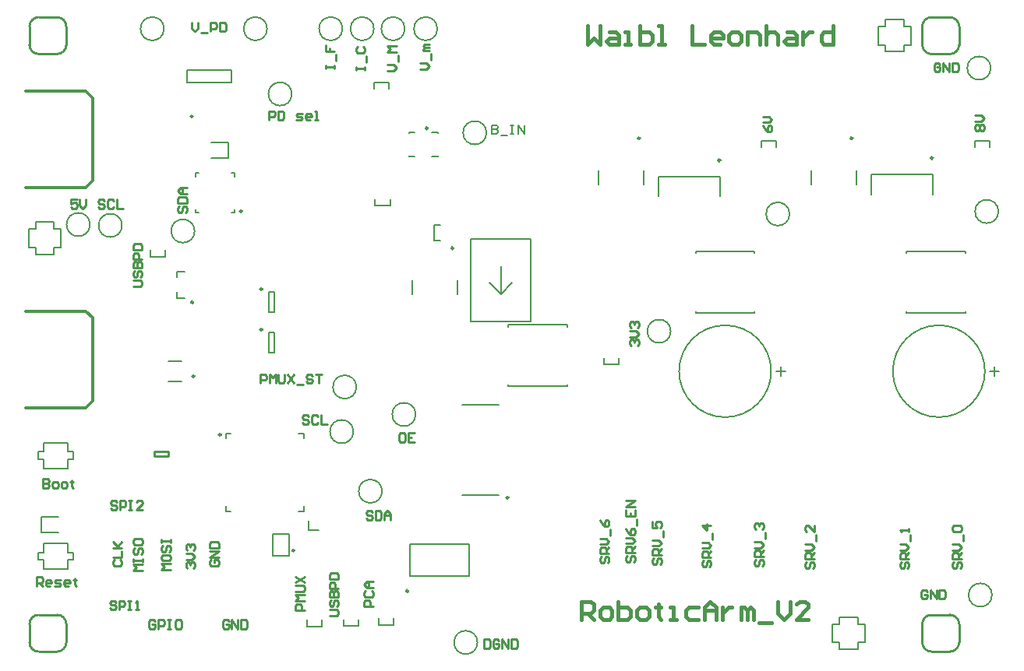
<source format=gbr>
%TF.GenerationSoftware,Altium Limited,Altium Designer,25.6.2 (33)*%
G04 Layer_Color=65535*
%FSLAX45Y45*%
%MOMM*%
%TF.SameCoordinates,2E975FAE-7BB7-4674-B285-B64E5795C48D*%
%TF.FilePolarity,Positive*%
%TF.FileFunction,Legend,Top*%
%TF.Part,Single*%
G01*
G75*
%TA.AperFunction,NonConductor*%
%ADD87C,0.25400*%
%ADD99C,0.25000*%
%ADD100C,0.20000*%
%ADD101C,0.30000*%
%ADD102C,0.17500*%
%ADD103C,0.40000*%
%ADD104C,0.15000*%
D87*
X400000Y-700000D02*
G03*
X500000Y-600000I0J100000D01*
G01*
Y-400000D02*
G03*
X400000Y-300000I-100000J0D01*
G01*
X100000Y-600000D02*
G03*
X200000Y-700000I100000J0D01*
G01*
Y-300000D02*
G03*
X100000Y-400000I0J-100000D01*
G01*
X200000Y6200000D02*
G03*
X100000Y6100000I0J-100000D01*
G01*
Y5900000D02*
G03*
X200000Y5800000I100000J0D01*
G01*
X500000Y6100000D02*
G03*
X400000Y6200000I-100000J0D01*
G01*
Y5800000D02*
G03*
X500000Y5900000I0J100000D01*
G01*
X9900000Y6200000D02*
G03*
X9800000Y6100000I0J-100000D01*
G01*
Y5900000D02*
G03*
X9900000Y5800000I100000J0D01*
G01*
X10200000Y6100000D02*
G03*
X10100000Y6200000I-100000J0D01*
G01*
Y5800000D02*
G03*
X10200000Y5900000I0J100000D01*
G01*
X9900000Y-300000D02*
G03*
X9800000Y-400000I0J-100000D01*
G01*
Y-600000D02*
G03*
X9900000Y-700000I100000J0D01*
G01*
X10200000Y-400000D02*
G03*
X10100000Y-300000I-100000J0D01*
G01*
Y-700000D02*
G03*
X10200000Y-600000I0J100000D01*
G01*
X100000D02*
Y-400000D01*
X500000Y-600000D02*
Y-400000D01*
X200000Y-700000D02*
X400000D01*
X200000Y-300000D02*
X400000D01*
X200000Y6200000D02*
X400000D01*
X200000Y5800000D02*
X400000D01*
X500000Y5900000D02*
Y6100000D01*
X100000Y5900000D02*
Y6100000D01*
X9900000Y6200000D02*
X10100000D01*
X9900000Y5800000D02*
X10100000D01*
X10200000Y5900000D02*
Y6100000D01*
X9800000Y5900000D02*
Y6100000D01*
X9900000Y-300000D02*
X10100000D01*
X9900000Y-700000D02*
X10100000D01*
X10200000Y-600000D02*
Y-400000D01*
X9800000Y-600000D02*
Y-400000D01*
X1459057Y1426139D02*
Y1476139D01*
X1609057D01*
Y1426139D02*
Y1476139D01*
X1459057Y1426139D02*
X1609057D01*
X3357449Y-309152D02*
X3440756D01*
X3457417Y-292491D01*
Y-259168D01*
X3440756Y-242507D01*
X3357449D01*
X3374111Y-142539D02*
X3357449Y-159200D01*
Y-192523D01*
X3374111Y-209184D01*
X3390772D01*
X3407433Y-192523D01*
Y-159200D01*
X3424095Y-142539D01*
X3440756D01*
X3457417Y-159200D01*
Y-192523D01*
X3440756Y-209184D01*
X3357449Y-109216D02*
X3457417D01*
Y-59233D01*
X3440756Y-42571D01*
X3424095D01*
X3407433Y-59233D01*
Y-109216D01*
Y-59233D01*
X3390772Y-42571D01*
X3374111D01*
X3357449Y-59233D01*
Y-109216D01*
X3457417Y-9249D02*
X3357449D01*
Y40735D01*
X3374111Y57396D01*
X3407433D01*
X3424095Y40735D01*
Y-9249D01*
X3357449Y90719D02*
X3457417D01*
Y140703D01*
X3440756Y157364D01*
X3374111D01*
X3357449Y140703D01*
Y90719D01*
X5035400Y-564632D02*
Y-664600D01*
X5085384D01*
X5102045Y-647939D01*
Y-581293D01*
X5085384Y-564632D01*
X5035400D01*
X5202013Y-581293D02*
X5185352Y-564632D01*
X5152029D01*
X5135368Y-581293D01*
Y-647939D01*
X5152029Y-664600D01*
X5185352D01*
X5202013Y-647939D01*
Y-614616D01*
X5168690D01*
X5235335Y-664600D02*
Y-564632D01*
X5301981Y-664600D01*
Y-564632D01*
X5335303D02*
Y-664600D01*
X5385287D01*
X5401948Y-647939D01*
Y-581293D01*
X5385287Y-564632D01*
X5335303D01*
X9852924Y-43952D02*
X9836263Y-27290D01*
X9802940D01*
X9786279Y-43952D01*
Y-110597D01*
X9802940Y-127258D01*
X9836263D01*
X9852924Y-110597D01*
Y-77274D01*
X9819601D01*
X9886246Y-127258D02*
Y-27290D01*
X9952891Y-127258D01*
Y-27290D01*
X9986214D02*
Y-127258D01*
X10036198D01*
X10052859Y-110597D01*
Y-43952D01*
X10036198Y-27290D01*
X9986214D01*
X9994193Y5688706D02*
X9977532Y5705368D01*
X9944210D01*
X9927548Y5688706D01*
Y5622061D01*
X9944210Y5605400D01*
X9977532D01*
X9994193Y5622061D01*
Y5655384D01*
X9960871D01*
X10027516Y5605400D02*
Y5705368D01*
X10094161Y5605400D01*
Y5705368D01*
X10127484D02*
Y5605400D01*
X10177468D01*
X10194129Y5622061D01*
Y5688706D01*
X10177468Y5705368D01*
X10127484D01*
X1864784Y6144661D02*
Y6078016D01*
X1898107Y6044693D01*
X1931429Y6078016D01*
Y6144661D01*
X1964752Y6028032D02*
X2031397D01*
X2064720Y6044693D02*
Y6144661D01*
X2114704D01*
X2131365Y6127999D01*
Y6094677D01*
X2114704Y6078016D01*
X2064720D01*
X2164688Y6144661D02*
Y6044693D01*
X2214672D01*
X2231333Y6061354D01*
Y6127999D01*
X2214672Y6144661D01*
X2164688D01*
X4167629Y1676157D02*
X4134306D01*
X4117645Y1659495D01*
Y1592850D01*
X4134306Y1576189D01*
X4167629D01*
X4184290Y1592850D01*
Y1659495D01*
X4167629Y1676157D01*
X4284258D02*
X4217613D01*
Y1576189D01*
X4284258D01*
X4217613Y1626173D02*
X4250935D01*
X3823355Y813322D02*
X3806694Y829984D01*
X3773371D01*
X3756710Y813322D01*
Y796661D01*
X3773371Y780000D01*
X3806694D01*
X3823355Y763339D01*
Y746677D01*
X3806694Y730016D01*
X3773371D01*
X3756710Y746677D01*
X3856678Y829984D02*
Y730016D01*
X3906661D01*
X3923323Y746677D01*
Y813322D01*
X3906661Y829984D01*
X3856678D01*
X3956645Y730016D02*
Y796661D01*
X3989968Y829984D01*
X4023290Y796661D01*
Y730016D01*
Y780000D01*
X3956645D01*
X3135285Y1858556D02*
X3118624Y1875217D01*
X3085301D01*
X3068640Y1858556D01*
Y1841895D01*
X3085301Y1825234D01*
X3118624D01*
X3135285Y1808572D01*
Y1791911D01*
X3118624Y1775250D01*
X3085301D01*
X3068640Y1791911D01*
X3235253Y1858556D02*
X3218592Y1875217D01*
X3185269D01*
X3168608Y1858556D01*
Y1791911D01*
X3185269Y1775250D01*
X3218592D01*
X3235253Y1791911D01*
X3268576Y1875217D02*
Y1775250D01*
X3335221D01*
X2606774Y2218347D02*
Y2318315D01*
X2656758D01*
X2673419Y2301653D01*
Y2268331D01*
X2656758Y2251669D01*
X2606774D01*
X2706742Y2218347D02*
Y2318315D01*
X2740064Y2284992D01*
X2773387Y2318315D01*
Y2218347D01*
X2806710Y2318315D02*
Y2235008D01*
X2823371Y2218347D01*
X2856694D01*
X2873355Y2235008D01*
Y2318315D01*
X2906677D02*
X2973322Y2218347D01*
Y2318315D02*
X2906677Y2218347D01*
X3006645Y2201685D02*
X3073290D01*
X3173258Y2301653D02*
X3156597Y2318315D01*
X3123274D01*
X3106613Y2301653D01*
Y2284992D01*
X3123274Y2268331D01*
X3156597D01*
X3173258Y2251669D01*
Y2235008D01*
X3156597Y2218347D01*
X3123274D01*
X3106613Y2235008D01*
X3206581Y2318315D02*
X3273226D01*
X3239903D01*
Y2218347D01*
X1726677Y4143355D02*
X1710016Y4126694D01*
Y4093371D01*
X1726677Y4076710D01*
X1743339D01*
X1760000Y4093371D01*
Y4126694D01*
X1776661Y4143355D01*
X1793322D01*
X1809984Y4126694D01*
Y4093371D01*
X1793322Y4076710D01*
X1710016Y4176678D02*
X1809984D01*
Y4226662D01*
X1793322Y4243323D01*
X1726677D01*
X1710016Y4226662D01*
Y4176678D01*
X1809984Y4276645D02*
X1743339D01*
X1710016Y4309968D01*
X1743339Y4343291D01*
X1809984D01*
X1760000D01*
Y4276645D01*
X916254Y4203323D02*
X899593Y4219984D01*
X866270D01*
X849609Y4203323D01*
Y4186661D01*
X866270Y4170000D01*
X899593D01*
X916254Y4153339D01*
Y4136678D01*
X899593Y4120016D01*
X866270D01*
X849609Y4136678D01*
X1016222Y4203323D02*
X999561Y4219984D01*
X966238D01*
X949577Y4203323D01*
Y4136678D01*
X966238Y4120016D01*
X999561D01*
X1016222Y4136678D01*
X1049545Y4219984D02*
Y4120016D01*
X1116190D01*
X613923Y4219984D02*
X547278D01*
Y4170000D01*
X580600Y4186661D01*
X597262D01*
X613923Y4170000D01*
Y4136678D01*
X597262Y4120016D01*
X563939D01*
X547278Y4136678D01*
X647246Y4219984D02*
Y4153339D01*
X680568Y4120016D01*
X713891Y4153339D01*
Y4219984D01*
X4345786Y5636710D02*
X4412431D01*
X4445753Y5670032D01*
X4412431Y5703355D01*
X4345786D01*
X4462415Y5736677D02*
Y5803322D01*
X4445753Y5836645D02*
X4379108D01*
Y5853307D01*
X4395769Y5869968D01*
X4445753D01*
X4395769D01*
X4379108Y5886629D01*
X4395769Y5903290D01*
X4445753D01*
X3991685Y5620190D02*
X4058330D01*
X4091653Y5653512D01*
X4058330Y5686835D01*
X3991685D01*
X4108314Y5720158D02*
Y5786803D01*
X4091653Y5820126D02*
X3991685D01*
X4025008Y5853448D01*
X3991685Y5886771D01*
X4091653D01*
X3645407Y5628521D02*
Y5661843D01*
Y5645182D01*
X3745375D01*
Y5628521D01*
Y5661843D01*
X3762036Y5711827D02*
Y5778472D01*
X3662068Y5878440D02*
X3645407Y5861779D01*
Y5828456D01*
X3662068Y5811795D01*
X3728713D01*
X3745375Y5828456D01*
Y5861779D01*
X3728713Y5878440D01*
X3314908Y5645041D02*
Y5678363D01*
Y5661702D01*
X3414876D01*
Y5645041D01*
Y5678363D01*
X3431537Y5728347D02*
Y5794992D01*
X3314908Y5894960D02*
Y5828315D01*
X3364892D01*
Y5861637D01*
Y5828315D01*
X3414876D01*
X6597736Y340268D02*
X6581074Y323607D01*
Y290285D01*
X6597736Y273623D01*
X6614397D01*
X6631058Y290285D01*
Y323607D01*
X6647720Y340268D01*
X6664381D01*
X6681042Y323607D01*
Y290285D01*
X6664381Y273623D01*
X6681042Y373591D02*
X6581074D01*
Y423575D01*
X6597736Y440236D01*
X6631058D01*
X6647720Y423575D01*
Y373591D01*
Y406914D02*
X6681042Y440236D01*
X6581074Y473559D02*
X6647720D01*
X6681042Y506881D01*
X6647720Y540204D01*
X6581074D01*
Y640172D02*
X6597736Y606849D01*
X6631058Y573527D01*
X6664381D01*
X6681042Y590188D01*
Y623511D01*
X6664381Y640172D01*
X6647720D01*
X6631058Y623511D01*
Y573527D01*
X6697704Y673494D02*
Y740139D01*
X6581074Y840107D02*
Y773462D01*
X6681042D01*
Y840107D01*
X6631058Y773462D02*
Y806785D01*
X6681042Y873430D02*
X6581074D01*
X6681042Y940075D01*
X6581074D01*
X6313288Y331882D02*
X6296627Y315221D01*
Y281899D01*
X6313288Y265237D01*
X6329949D01*
X6346611Y281899D01*
Y315221D01*
X6363272Y331882D01*
X6379933D01*
X6396595Y315221D01*
Y281899D01*
X6379933Y265237D01*
X6396595Y365205D02*
X6296627D01*
Y415189D01*
X6313288Y431850D01*
X6346611D01*
X6363272Y415189D01*
Y365205D01*
Y398528D02*
X6396595Y431850D01*
X6296627Y465173D02*
X6363272D01*
X6396595Y498495D01*
X6363272Y531818D01*
X6296627D01*
X6413256Y565141D02*
Y631786D01*
X6296627Y731753D02*
X6313288Y698431D01*
X6346611Y665108D01*
X6379933D01*
X6396595Y681770D01*
Y715092D01*
X6379933Y731753D01*
X6363272D01*
X6346611Y715092D01*
Y665108D01*
X6883060Y314868D02*
X6866399Y298207D01*
Y264884D01*
X6883060Y248223D01*
X6899722D01*
X6916383Y264884D01*
Y298207D01*
X6933044Y314868D01*
X6949705D01*
X6966367Y298207D01*
Y264884D01*
X6949705Y248223D01*
X6966367Y348191D02*
X6866399D01*
Y398175D01*
X6883060Y414836D01*
X6916383D01*
X6933044Y398175D01*
Y348191D01*
Y381513D02*
X6966367Y414836D01*
X6866399Y448159D02*
X6933044D01*
X6966367Y481481D01*
X6933044Y514804D01*
X6866399D01*
X6983028Y548126D02*
Y614771D01*
X6866399Y714739D02*
Y648094D01*
X6916383D01*
X6899722Y681417D01*
Y698078D01*
X6916383Y714739D01*
X6949705D01*
X6966367Y698078D01*
Y664756D01*
X6949705Y648094D01*
X7422060Y289468D02*
X7405398Y272807D01*
Y239484D01*
X7422060Y222823D01*
X7438721D01*
X7455382Y239484D01*
Y272807D01*
X7472043Y289468D01*
X7488705D01*
X7505366Y272807D01*
Y239484D01*
X7488705Y222823D01*
X7505366Y322791D02*
X7405398D01*
Y372775D01*
X7422060Y389436D01*
X7455382D01*
X7472043Y372775D01*
Y322791D01*
Y356113D02*
X7505366Y389436D01*
X7405398Y422759D02*
X7472043D01*
X7505366Y456081D01*
X7472043Y489404D01*
X7405398D01*
X7522027Y522726D02*
Y589371D01*
X7505366Y672678D02*
X7405398D01*
X7455382Y622694D01*
Y689339D01*
X7992838Y297445D02*
X7976176Y280784D01*
Y247461D01*
X7992838Y230800D01*
X8009499D01*
X8026160Y247461D01*
Y280784D01*
X8042822Y297445D01*
X8059483D01*
X8076144Y280784D01*
Y247461D01*
X8059483Y230800D01*
X8076144Y330767D02*
X7976176D01*
Y380751D01*
X7992838Y397412D01*
X8026160D01*
X8042822Y380751D01*
Y330767D01*
Y364090D02*
X8076144Y397412D01*
X7976176Y430735D02*
X8042822D01*
X8076144Y464058D01*
X8042822Y497380D01*
X7976176D01*
X8092806Y530703D02*
Y597348D01*
X7992838Y630671D02*
X7976176Y647332D01*
Y680655D01*
X7992838Y697316D01*
X8009499D01*
X8026160Y680655D01*
Y663993D01*
Y680655D01*
X8042822Y697316D01*
X8059483D01*
X8076144Y680655D01*
Y647332D01*
X8059483Y630671D01*
X8543146Y272045D02*
X8526485Y255384D01*
Y222061D01*
X8543146Y205400D01*
X8559808D01*
X8576469Y222061D01*
Y255384D01*
X8593130Y272045D01*
X8609792D01*
X8626453Y255384D01*
Y222061D01*
X8609792Y205400D01*
X8626453Y305368D02*
X8526485D01*
Y355352D01*
X8543146Y372013D01*
X8576469D01*
X8593130Y355352D01*
Y305368D01*
Y338690D02*
X8626453Y372013D01*
X8526485Y405335D02*
X8593130D01*
X8626453Y438658D01*
X8593130Y471981D01*
X8526485D01*
X8643114Y505303D02*
Y571948D01*
X8626453Y671916D02*
Y605271D01*
X8559808Y671916D01*
X8543146D01*
X8526485Y655255D01*
Y621932D01*
X8543146Y605271D01*
X9572398Y272045D02*
X9555736Y255384D01*
Y222061D01*
X9572398Y205400D01*
X9589059D01*
X9605720Y222061D01*
Y255384D01*
X9622382Y272045D01*
X9639043D01*
X9655704Y255384D01*
Y222061D01*
X9639043Y205400D01*
X9655704Y305368D02*
X9555736D01*
Y355352D01*
X9572398Y372013D01*
X9605720D01*
X9622382Y355352D01*
Y305368D01*
Y338690D02*
X9655704Y372013D01*
X9555736Y405335D02*
X9622382D01*
X9655704Y438658D01*
X9622382Y471981D01*
X9555736D01*
X9672365Y505303D02*
Y571948D01*
X9655704Y605271D02*
Y638594D01*
Y621932D01*
X9555736D01*
X9572398Y605271D01*
X10142688Y272045D02*
X10126027Y255384D01*
Y222061D01*
X10142688Y205400D01*
X10159350D01*
X10176011Y222061D01*
Y255384D01*
X10192672Y272045D01*
X10209333D01*
X10225995Y255384D01*
Y222061D01*
X10209333Y205400D01*
X10225995Y305368D02*
X10126027D01*
Y355352D01*
X10142688Y372013D01*
X10176011D01*
X10192672Y355352D01*
Y305368D01*
Y338690D02*
X10225995Y372013D01*
X10126027Y405335D02*
X10192672D01*
X10225995Y438658D01*
X10192672Y471981D01*
X10126027D01*
X10242656Y505303D02*
Y571948D01*
X10142688Y605271D02*
X10126027Y621932D01*
Y655255D01*
X10142688Y671916D01*
X10209333D01*
X10225995Y655255D01*
Y621932D01*
X10209333Y605271D01*
X10142688D01*
X2698712Y5080771D02*
Y5180739D01*
X2748696D01*
X2765357Y5164077D01*
Y5130755D01*
X2748696Y5114093D01*
X2698712D01*
X2798680Y5180739D02*
Y5080771D01*
X2848664D01*
X2865325Y5097432D01*
Y5164077D01*
X2848664Y5180739D01*
X2798680D01*
X2998616Y5080771D02*
X3048600D01*
X3065261Y5097432D01*
X3048600Y5114093D01*
X3015277D01*
X2998616Y5130755D01*
X3015277Y5147416D01*
X3065261D01*
X3148567Y5080771D02*
X3115245D01*
X3098584Y5097432D01*
Y5130755D01*
X3115245Y5147416D01*
X3148567D01*
X3165229Y5130755D01*
Y5114093D01*
X3098584D01*
X3198551Y5080771D02*
X3231874D01*
X3215213D01*
Y5180739D01*
X3198551D01*
X1224115Y3272038D02*
X1307422D01*
X1324083Y3288700D01*
Y3322022D01*
X1307422Y3338683D01*
X1224115D01*
X1240777Y3438651D02*
X1224115Y3421990D01*
Y3388667D01*
X1240777Y3372006D01*
X1257438D01*
X1274099Y3388667D01*
Y3421990D01*
X1290761Y3438651D01*
X1307422D01*
X1324083Y3421990D01*
Y3388667D01*
X1307422Y3372006D01*
X1224115Y3471974D02*
X1324083D01*
Y3521958D01*
X1307422Y3538619D01*
X1290761D01*
X1274099Y3521958D01*
Y3471974D01*
Y3521958D01*
X1257438Y3538619D01*
X1240777D01*
X1224115Y3521958D01*
Y3471974D01*
X1324083Y3571942D02*
X1224115D01*
Y3621925D01*
X1240777Y3638587D01*
X1274099D01*
X1290761Y3621925D01*
Y3571942D01*
X1224115Y3671909D02*
X1324083D01*
Y3721893D01*
X1307422Y3738554D01*
X1240777D01*
X1224115Y3721893D01*
Y3671909D01*
X8066062Y5020715D02*
X8082724Y4987392D01*
X8116046Y4954070D01*
X8149369D01*
X8166030Y4970731D01*
Y5004054D01*
X8149369Y5020715D01*
X8132708D01*
X8116046Y5004054D01*
Y4954070D01*
X8066062Y5054038D02*
X8132708D01*
X8166030Y5087360D01*
X8132708Y5120683D01*
X8066062D01*
X10391294Y4965400D02*
X10374632Y4982061D01*
Y5015384D01*
X10391294Y5032045D01*
X10407955D01*
X10424616Y5015384D01*
X10441278Y5032045D01*
X10457939D01*
X10474600Y5015384D01*
Y4982061D01*
X10457939Y4965400D01*
X10441278D01*
X10424616Y4982061D01*
X10407955Y4965400D01*
X10391294D01*
X10424616Y4982061D02*
Y5015384D01*
X10374632Y5065368D02*
X10441278D01*
X10474600Y5098690D01*
X10441278Y5132013D01*
X10374632D01*
X6639797Y2625400D02*
X6623136Y2642061D01*
Y2675384D01*
X6639797Y2692045D01*
X6656459D01*
X6673120Y2675384D01*
Y2658722D01*
Y2675384D01*
X6689781Y2692045D01*
X6706443D01*
X6723104Y2675384D01*
Y2642061D01*
X6706443Y2625400D01*
X6623136Y2725368D02*
X6689781D01*
X6723104Y2758690D01*
X6689781Y2792013D01*
X6623136D01*
X6639797Y2825335D02*
X6623136Y2841997D01*
Y2875319D01*
X6639797Y2891981D01*
X6656459D01*
X6673120Y2875319D01*
Y2858658D01*
Y2875319D01*
X6689781Y2891981D01*
X6706443D01*
X6723104Y2875319D01*
Y2841997D01*
X6706443Y2825335D01*
X3837756Y-204600D02*
X3737788D01*
Y-154616D01*
X3754450Y-137955D01*
X3787772D01*
X3804434Y-154616D01*
Y-204600D01*
X3754450Y-37987D02*
X3737788Y-54648D01*
Y-87971D01*
X3754450Y-104632D01*
X3821095D01*
X3837756Y-87971D01*
Y-54648D01*
X3821095Y-37987D01*
X3837756Y-4664D02*
X3771111D01*
X3737788Y28658D01*
X3771111Y61981D01*
X3837756D01*
X3787772D01*
Y-4664D01*
X3091946Y-248654D02*
X2991978D01*
Y-198670D01*
X3008640Y-182009D01*
X3041962D01*
X3058624Y-198670D01*
Y-248654D01*
X3091946Y-148687D02*
X2991978D01*
X3025301Y-115364D01*
X2991978Y-82041D01*
X3091946D01*
X2991978Y-48719D02*
X3075285D01*
X3091946Y-32057D01*
Y1265D01*
X3075285Y17926D01*
X2991978D01*
Y51249D02*
X3091946Y117894D01*
X2991978D02*
X3091946Y51249D01*
X1038282Y-161602D02*
X1021621Y-144941D01*
X988299D01*
X971637Y-161602D01*
Y-178264D01*
X988299Y-194925D01*
X1021621D01*
X1038282Y-211586D01*
Y-228247D01*
X1021621Y-244909D01*
X988299D01*
X971637Y-228247D01*
X1071605Y-244909D02*
Y-144941D01*
X1121589D01*
X1138250Y-161602D01*
Y-194925D01*
X1121589Y-211586D01*
X1071605D01*
X1171573Y-144941D02*
X1204895D01*
X1188234D01*
Y-244909D01*
X1171573D01*
X1204895D01*
X1254879D02*
X1288202D01*
X1271541D01*
Y-144941D01*
X1254879Y-161602D01*
X1047045Y925538D02*
X1030384Y942199D01*
X997062D01*
X980400Y925538D01*
Y908877D01*
X997062Y892215D01*
X1030384D01*
X1047045Y875554D01*
Y858893D01*
X1030384Y842231D01*
X997062D01*
X980400Y858893D01*
X1080368Y842231D02*
Y942199D01*
X1130352D01*
X1147013Y925538D01*
Y892215D01*
X1130352Y875554D01*
X1080368D01*
X1180336Y942199D02*
X1213658D01*
X1196997D01*
Y842231D01*
X1180336D01*
X1213658D01*
X1330287D02*
X1263642D01*
X1330287Y908877D01*
Y925538D01*
X1313626Y942199D01*
X1280304D01*
X1263642Y925538D01*
X175400Y15695D02*
Y115663D01*
X225384D01*
X242045Y99002D01*
Y65679D01*
X225384Y49018D01*
X175400D01*
X208722D02*
X242045Y15695D01*
X325352D02*
X292029D01*
X275368Y32357D01*
Y65679D01*
X292029Y82340D01*
X325352D01*
X342013Y65679D01*
Y49018D01*
X275368D01*
X375336Y15695D02*
X425319D01*
X441981Y32357D01*
X425319Y49018D01*
X391997D01*
X375336Y65679D01*
X391997Y82340D01*
X441981D01*
X525287Y15695D02*
X491965D01*
X475303Y32357D01*
Y65679D01*
X491965Y82340D01*
X525287D01*
X541948Y65679D01*
Y49018D01*
X475303D01*
X591933Y99002D02*
Y82340D01*
X575271D01*
X608594D01*
X591933D01*
Y32357D01*
X608594Y15695D01*
X244658Y1181506D02*
Y1081539D01*
X294642D01*
X311303Y1098200D01*
Y1114861D01*
X294642Y1131523D01*
X244658D01*
X294642D01*
X311303Y1148184D01*
Y1164845D01*
X294642Y1181506D01*
X244658D01*
X361287Y1081539D02*
X394609D01*
X411270Y1098200D01*
Y1131523D01*
X394609Y1148184D01*
X361287D01*
X344625Y1131523D01*
Y1098200D01*
X361287Y1081539D01*
X461255D02*
X494577D01*
X511238Y1098200D01*
Y1131523D01*
X494577Y1148184D01*
X461255D01*
X444593Y1131523D01*
Y1098200D01*
X461255Y1081539D01*
X561222Y1164845D02*
Y1148184D01*
X544561D01*
X577884D01*
X561222D01*
Y1098200D01*
X577884Y1081539D01*
X1021294Y295833D02*
X1004632Y279171D01*
Y245849D01*
X1021294Y229188D01*
X1087939D01*
X1104600Y245849D01*
Y279171D01*
X1087939Y295833D01*
X1004632Y329155D02*
X1104600D01*
Y395800D01*
X1004632Y429123D02*
X1104600D01*
X1071278D01*
X1004632Y495768D01*
X1054616Y445784D01*
X1104600Y495768D01*
X1331735Y178387D02*
X1231767D01*
X1265090Y211710D01*
X1231767Y245032D01*
X1331735D01*
X1231767Y278355D02*
Y311678D01*
Y295016D01*
X1331735D01*
Y278355D01*
Y311678D01*
X1248429Y428306D02*
X1231767Y411645D01*
Y378323D01*
X1248429Y361661D01*
X1265090D01*
X1281751Y378323D01*
Y411645D01*
X1298412Y428306D01*
X1315074D01*
X1331735Y411645D01*
Y378323D01*
X1315074Y361661D01*
X1231767Y511613D02*
Y478291D01*
X1248429Y461629D01*
X1315074D01*
X1331735Y478291D01*
Y511613D01*
X1315074Y528274D01*
X1248429D01*
X1231767Y511613D01*
X1633657Y187719D02*
X1533689D01*
X1567012Y221041D01*
X1533689Y254364D01*
X1633657D01*
X1533689Y337670D02*
Y304348D01*
X1550350Y287686D01*
X1616995D01*
X1633657Y304348D01*
Y337670D01*
X1616995Y354332D01*
X1550350D01*
X1533689Y337670D01*
X1550350Y454299D02*
X1533689Y437638D01*
Y404316D01*
X1550350Y387654D01*
X1567012D01*
X1583673Y404316D01*
Y437638D01*
X1600334Y454299D01*
X1616995D01*
X1633657Y437638D01*
Y404316D01*
X1616995Y387654D01*
X1533689Y487622D02*
Y520945D01*
Y504283D01*
X1633657D01*
Y487622D01*
Y520945D01*
X1815994Y203788D02*
X1799333Y220449D01*
Y253771D01*
X1815994Y270433D01*
X1832656D01*
X1849317Y253771D01*
Y237110D01*
Y253771D01*
X1865978Y270433D01*
X1882639D01*
X1899301Y253771D01*
Y220449D01*
X1882639Y203788D01*
X1799333Y303755D02*
X1865978D01*
X1899301Y337078D01*
X1865978Y370400D01*
X1799333D01*
X1815994Y403723D02*
X1799333Y420384D01*
Y453707D01*
X1815994Y470368D01*
X1832656D01*
X1849317Y453707D01*
Y437046D01*
Y453707D01*
X1865978Y470368D01*
X1882639D01*
X1899301Y453707D01*
Y420384D01*
X1882639Y403723D01*
X1467599Y-371294D02*
X1450937Y-354632D01*
X1417615D01*
X1400954Y-371294D01*
Y-437939D01*
X1417615Y-454600D01*
X1450937D01*
X1467599Y-437939D01*
Y-404616D01*
X1434276D01*
X1500921Y-454600D02*
Y-354632D01*
X1550905D01*
X1567566Y-371294D01*
Y-404616D01*
X1550905Y-421278D01*
X1500921D01*
X1600889Y-354632D02*
X1634212D01*
X1617550D01*
Y-454600D01*
X1600889D01*
X1634212D01*
X1734179Y-354632D02*
X1700857D01*
X1684196Y-371294D01*
Y-437939D01*
X1700857Y-454600D01*
X1734179D01*
X1750841Y-437939D01*
Y-371294D01*
X1734179Y-354632D01*
X2265183Y-371294D02*
X2248522Y-354632D01*
X2215199D01*
X2198538Y-371294D01*
Y-437939D01*
X2215199Y-454600D01*
X2248522D01*
X2265183Y-437939D01*
Y-404616D01*
X2231860D01*
X2298506Y-454600D02*
Y-354632D01*
X2365151Y-454600D01*
Y-354632D01*
X2398473D02*
Y-454600D01*
X2448457D01*
X2465119Y-437939D01*
Y-371294D01*
X2448457Y-354632D01*
X2398473D01*
X2071744Y295832D02*
X2055083Y279171D01*
Y245849D01*
X2071744Y229187D01*
X2138389D01*
X2155051Y245849D01*
Y279171D01*
X2138389Y295832D01*
X2105067D01*
Y262510D01*
X2155051Y329155D02*
X2055083D01*
X2155051Y395800D01*
X2055083D01*
Y429123D02*
X2155051D01*
Y479107D01*
X2138389Y495768D01*
X2071744D01*
X2055083Y479107D01*
Y429123D01*
D99*
X4217500Y-41146D02*
G03*
X4217500Y-41146I-12500J0D01*
G01*
X2181283Y1658639D02*
G03*
X2181283Y1658639I-12500J0D01*
G01*
X4427412Y4993371D02*
G03*
X4427412Y4993371I-12500J0D01*
G01*
X1892836Y2295000D02*
G03*
X1892836Y2295000I-12500J0D01*
G01*
X4706060Y3687560D02*
G03*
X4706060Y3687560I-12500J0D01*
G01*
X6733000Y4885000D02*
G03*
X6733000Y4885000I-12500J0D01*
G01*
X9043000D02*
G03*
X9043000Y4885000I-12500J0D01*
G01*
X2408981Y4090372D02*
G03*
X2408981Y4090372I-12500J0D01*
G01*
X1874981Y5121042D02*
G03*
X1874981Y5121042I-12500J0D01*
G01*
X1879912Y3100371D02*
G03*
X1879912Y3100371I-12500J0D01*
G01*
X5305000Y974137D02*
G03*
X5305000Y974137I-12500J0D01*
G01*
X2978783Y400439D02*
G03*
X2978783Y400439I-12500J0D01*
G01*
X7607500Y4645000D02*
G03*
X7607500Y4645000I-12500J0D01*
G01*
X9917500Y4670000D02*
G03*
X9917500Y4670000I-12500J0D01*
G01*
X2630813Y3241250D02*
G03*
X2630813Y3241250I-12500J0D01*
G01*
Y2802500D02*
G03*
X2630813Y2802500I-12500J0D01*
G01*
D100*
X10543440Y5647440D02*
G03*
X10543440Y5647440I-127000J0D01*
G01*
X10557000Y-83910D02*
G03*
X10557000Y-83910I-127000J0D01*
G01*
X4967000Y-600000D02*
G03*
X4967000Y-600000I-127000J0D01*
G01*
X7066904Y2785000D02*
G03*
X7066904Y2785000I-127000J0D01*
G01*
X2681913Y6075156D02*
G03*
X2681913Y6075156I-127000J0D01*
G01*
X1561065D02*
G03*
X1561065Y6075156I-127000J0D01*
G01*
X2950006Y5365700D02*
G03*
X2950006Y5365700I-127000J0D01*
G01*
X1105033Y3935931D02*
G03*
X1105033Y3935931I-127000J0D01*
G01*
X1893667Y3875000D02*
G03*
X1893667Y3875000I-127000J0D01*
G01*
X3500223Y6075156D02*
G03*
X3500223Y6075156I-127000J0D01*
G01*
X4177000D02*
G03*
X4177000Y6075156I-127000J0D01*
G01*
X3841912D02*
G03*
X3841912Y6075156I-127000J0D01*
G01*
X4531100D02*
G03*
X4531100Y6075156I-127000J0D01*
G01*
X4295143Y1879824D02*
G03*
X4295143Y1879824I-127000J0D01*
G01*
X3930662Y1044851D02*
G03*
X3930662Y1044851I-127000J0D01*
G01*
X3618264Y1693058D02*
G03*
X3618264Y1693058I-127000J0D01*
G01*
X5065290Y4943371D02*
G03*
X5065290Y4943371I-127000J0D01*
G01*
X3651073Y2178717D02*
G03*
X3651073Y2178717I-127000J0D01*
G01*
X8357000Y4060000D02*
G03*
X8357000Y4060000I-127000J0D01*
G01*
X10627000Y4087440D02*
G03*
X10627000Y4087440I-127000J0D01*
G01*
X757584Y3945371D02*
G03*
X757584Y3945371I-127000J0D01*
G01*
X8158000Y2349992D02*
G03*
X8158000Y2349992I-500000J0D01*
G01*
X10480000D02*
G03*
X10480000Y2349992I-500000J0D01*
G01*
X4229750Y118103D02*
X4880250D01*
Y468604D01*
X4229750D02*
X4880250D01*
X4229750Y118103D02*
Y468604D01*
X10530000Y4787435D02*
Y4857435D01*
X10370000Y4787435D02*
Y4857435D01*
X10530000D01*
X8210000Y4783394D02*
Y4853393D01*
X8050000Y4783394D02*
Y4853393D01*
X8210000D01*
X6345000Y2425000D02*
Y2495000D01*
X6505000Y2425000D02*
Y2495000D01*
X6345000Y2425000D02*
X6505000D01*
X2233783Y828639D02*
X2286283D01*
X2233783D02*
Y881139D01*
X3026283Y828639D02*
X3078783D01*
Y881139D01*
Y1621138D02*
Y1673639D01*
X3026283D02*
X3078783D01*
X2233783D02*
X2286283D01*
X2233783Y1621138D02*
Y1673639D01*
X4534912Y4940871D02*
Y4948371D01*
Y4688371D02*
Y4695871D01*
X4224912Y4688371D02*
X4287412D01*
X4472412D02*
X4534912D01*
X4224912Y4940871D02*
Y4948371D01*
Y4688371D02*
Y4695871D01*
Y4948371D02*
X4287412D01*
X4472412D02*
X4534912D01*
X8825000Y-500000D02*
Y-400000D01*
X8900000D01*
Y-325000D01*
X9100000D01*
Y-400000D02*
Y-325000D01*
Y-400000D02*
X9175000D01*
Y-600000D02*
Y-400000D01*
X9100000Y-600000D02*
X9175000D01*
X9100000Y-675000D02*
Y-600000D01*
X8900000Y-675000D02*
X9100000D01*
X8900000D02*
Y-600000D01*
X8825000D02*
X8900000D01*
X8825000D02*
Y-500000D01*
X9325000Y6000000D02*
Y6100000D01*
X9400000D01*
Y6175000D01*
X9600000D01*
Y6100000D02*
Y6175000D01*
Y6100000D02*
X9675000D01*
Y5900000D02*
Y6100000D01*
X9600000Y5900000D02*
X9675000D01*
X9600000Y5825000D02*
Y5900000D01*
X9400000Y5825000D02*
X9600000D01*
X9400000D02*
Y5900000D01*
X9325000D02*
X9400000D01*
X9325000D02*
Y6000000D01*
X92414Y3795371D02*
Y3895371D01*
X167414D01*
Y3970371D01*
X367414D01*
Y3895371D02*
Y3970371D01*
Y3895371D02*
X442414D01*
Y3695371D02*
Y3895371D01*
X367414Y3695371D02*
X442414D01*
X367414Y3620371D02*
Y3695371D01*
X167414Y3620371D02*
X367414D01*
X167414D02*
Y3695371D01*
X92414D02*
X167414D01*
X92414D02*
Y3795371D01*
X3893156Y-408746D02*
Y-338746D01*
X4053156Y-408746D02*
Y-338746D01*
X3893156Y-408746D02*
X4053156D01*
X3119846Y-424054D02*
Y-354054D01*
X3279847Y-424054D02*
Y-354054D01*
X3119846Y-424054D02*
X3279847D01*
X3516173Y-420309D02*
Y-350309D01*
X3676173Y-420309D02*
Y-350309D01*
X3516173Y-420309D02*
X3676173D01*
X197413Y1393639D02*
X257412D01*
Y1293639D02*
Y1393639D01*
Y1293639D02*
X517412D01*
Y1393639D01*
X577412D01*
Y1473638D01*
X517412D02*
X577412D01*
X517412D02*
Y1573638D01*
X257412D02*
X517412D01*
X257412Y1473638D02*
Y1573638D01*
X197413Y1473638D02*
X257412D01*
X197413Y1393639D02*
Y1473638D01*
X1606712Y2455000D02*
X1756713D01*
X1606712Y2235000D02*
X1756713D01*
X4748060Y3187560D02*
Y3337560D01*
X4258060Y3187560D02*
Y3337560D01*
X5940000Y2185000D02*
Y2205000D01*
X5300000Y2185000D02*
Y2205000D01*
X5940000Y2835000D02*
Y2855000D01*
X5300000Y2835000D02*
Y2855000D01*
Y2185000D02*
X5940000D01*
X5300000Y2855000D02*
X5940000D01*
X4895000Y3790000D02*
X5545000D01*
Y2890000D02*
Y3790000D01*
X4895000Y2890000D02*
X5545000D01*
X4895000D02*
Y3790000D01*
X5220000Y3190000D02*
Y3490000D01*
Y3190000D02*
X5345000Y3315000D01*
X5095000D02*
X5220000Y3190000D01*
X1414912Y3596288D02*
Y3666288D01*
X1574912Y3596288D02*
Y3666288D01*
X1414912Y3596288D02*
X1574912D01*
X3840617Y5423371D02*
Y5493371D01*
X3924912D01*
X4008972Y5423371D02*
Y5493371D01*
X3924912D02*
X4008972D01*
X4492500Y3773205D02*
X4562500D01*
X4492500D02*
Y3857500D01*
Y3941560D02*
X4562500D01*
X4492500Y3857500D02*
Y3941560D01*
X4019208Y4148371D02*
Y4218371D01*
X3934912Y4148371D02*
X4019208D01*
X3850853D02*
Y4218371D01*
Y4148371D02*
X3934912D01*
X6775000Y4385000D02*
Y4535000D01*
X6285000Y4385000D02*
Y4535000D01*
X9085000Y4385000D02*
Y4535000D01*
X8595000Y4385000D02*
Y4535000D01*
X2293981Y4505371D02*
X2331481D01*
Y4467871D02*
Y4505371D01*
X1901481D02*
X1938981D01*
X1901481Y4467871D02*
Y4505371D01*
Y4075372D02*
Y4112872D01*
Y4075372D02*
X1938981D01*
X2293981D02*
X2331481D01*
Y4112872D01*
X1807981Y5488449D02*
Y5624255D01*
X2297981D01*
Y5488449D02*
Y5624255D01*
X1807981Y5488449D02*
X2297981D01*
X1702412Y3144372D02*
X1783912D01*
X1702412D02*
Y3210372D01*
Y3436372D02*
X1783912D01*
X1702412Y3370371D02*
Y3436372D01*
X4804050Y1981638D02*
X5195950D01*
X4804050Y1001638D02*
X5195950D01*
X2740033Y339189D02*
X2922533D01*
X2740033D02*
Y581688D01*
X2922533D01*
Y339189D02*
Y581688D01*
X7338000Y3655000D02*
X7978000D01*
X7338000Y2985000D02*
X7978000D01*
X7338000Y3635000D02*
Y3655000D01*
X7978000Y3635000D02*
Y3655000D01*
X7338000Y2985000D02*
Y3005000D01*
X7978000Y2985000D02*
Y3005000D01*
X9626280Y3655000D02*
X10266280D01*
X9626280Y2985000D02*
X10266280D01*
X9626280Y3635000D02*
Y3655000D01*
X10266280Y3635000D02*
Y3655000D01*
X9626280Y2985000D02*
Y3005000D01*
X10266280Y2985000D02*
Y3005000D01*
X7605000Y4250000D02*
Y4465000D01*
X6935000D02*
X7605000D01*
X6935000Y4250000D02*
Y4465000D01*
X9915000Y4275000D02*
Y4490000D01*
X9245000D02*
X9915000D01*
X9245000Y4275000D02*
Y4490000D01*
X3136173Y623541D02*
Y719694D01*
Y623541D02*
X3241740D01*
X197413Y297909D02*
X257412D01*
Y197909D02*
Y297909D01*
Y197909D02*
X517412D01*
Y297909D01*
X577412D01*
Y377909D01*
X517412D02*
X577412D01*
X517412D02*
Y477909D01*
X257412D02*
X517412D01*
X257412Y377909D02*
Y477909D01*
X197413Y377909D02*
X257412D01*
X197413Y297909D02*
Y377909D01*
X2700812Y3211250D02*
X2760813D01*
X2700812Y2991250D02*
X2760813D01*
X2700812D02*
Y3211250D01*
X2760813Y2991250D02*
Y3211250D01*
X2700812Y2772500D02*
X2760813D01*
X2700812Y2552500D02*
X2760813D01*
X2700812D02*
Y2772500D01*
X2760813Y2552500D02*
Y2772500D01*
X5125057Y5028315D02*
Y4928347D01*
X5175040D01*
X5191702Y4945008D01*
Y4961669D01*
X5175040Y4978331D01*
X5125057D01*
X5175040D01*
X5191702Y4994992D01*
Y5011653D01*
X5175040Y5028315D01*
X5125057D01*
X5225024Y4911685D02*
X5291669D01*
X5324992Y5028315D02*
X5358315D01*
X5341654D01*
Y4928347D01*
X5324992D01*
X5358315D01*
X5408299D02*
Y5028315D01*
X5474944Y4928347D01*
Y5028315D01*
D101*
X784912Y4420371D02*
Y5320372D01*
X709912Y5395371D02*
X784912Y5320372D01*
X709912Y4345372D02*
X784912Y4420371D01*
X59912Y4345372D02*
X709912D01*
X59912Y5395371D02*
X709912D01*
X784913Y2030000D02*
Y2930000D01*
X709913Y3005000D02*
X784913Y2930000D01*
X709913Y1955000D02*
X784913Y2030000D01*
X59913Y1955000D02*
X709913D01*
X59913Y3005000D02*
X709913D01*
D102*
X2262412Y4665371D02*
Y4835372D01*
X2077412Y4665371D02*
X2262412D01*
X2077412Y4835372D02*
X2262412D01*
X232456Y595688D02*
X417456D01*
X232456Y765688D02*
X417456D01*
X232456Y595688D02*
Y765688D01*
D103*
X6167097Y6108586D02*
Y5908650D01*
X6233742Y5975295D01*
X6300387Y5908650D01*
Y6108586D01*
X6400355Y6041940D02*
X6467000D01*
X6500323Y6008618D01*
Y5908650D01*
X6400355D01*
X6367032Y5941973D01*
X6400355Y5975295D01*
X6500323D01*
X6566968Y5908650D02*
X6633613D01*
X6600290D01*
Y6041940D01*
X6566968D01*
X6733581Y6108586D02*
Y5908650D01*
X6833548D01*
X6866871Y5941973D01*
Y5975295D01*
Y6008618D01*
X6833548Y6041940D01*
X6733581D01*
X6933516Y5908650D02*
X7000161D01*
X6966839D01*
Y6108586D01*
X6933516D01*
X7300065D02*
Y5908650D01*
X7433355D01*
X7599968D02*
X7533323D01*
X7500000Y5941973D01*
Y6008618D01*
X7533323Y6041940D01*
X7599968D01*
X7633291Y6008618D01*
Y5975295D01*
X7500000D01*
X7733258Y5908650D02*
X7799904D01*
X7833226Y5941973D01*
Y6008618D01*
X7799904Y6041940D01*
X7733258D01*
X7699936Y6008618D01*
Y5941973D01*
X7733258Y5908650D01*
X7899871D02*
Y6041940D01*
X7999839D01*
X8033162Y6008618D01*
Y5908650D01*
X8099807Y6108586D02*
Y5908650D01*
Y6008618D01*
X8133130Y6041940D01*
X8199775D01*
X8233097Y6008618D01*
Y5908650D01*
X8333065Y6041940D02*
X8399710D01*
X8433033Y6008618D01*
Y5908650D01*
X8333065D01*
X8299743Y5941973D01*
X8333065Y5975295D01*
X8433033D01*
X8499678Y6041940D02*
Y5908650D01*
Y5975295D01*
X8533001Y6008618D01*
X8566323Y6041940D01*
X8599646D01*
X8832904Y6108586D02*
Y5908650D01*
X8732936D01*
X8699614Y5941973D01*
Y6008618D01*
X8732936Y6041940D01*
X8832904D01*
X6097064Y-353306D02*
Y-153371D01*
X6197032D01*
X6230355Y-186694D01*
Y-253339D01*
X6197032Y-286661D01*
X6097064D01*
X6163709D02*
X6230355Y-353306D01*
X6330322D02*
X6396968D01*
X6430290Y-319984D01*
Y-253339D01*
X6396968Y-220016D01*
X6330322D01*
X6297000Y-253339D01*
Y-319984D01*
X6330322Y-353306D01*
X6496935Y-153371D02*
Y-353306D01*
X6596903D01*
X6630226Y-319984D01*
Y-286661D01*
Y-253339D01*
X6596903Y-220016D01*
X6496935D01*
X6730194Y-353306D02*
X6796839D01*
X6830161Y-319984D01*
Y-253339D01*
X6796839Y-220016D01*
X6730194D01*
X6696871Y-253339D01*
Y-319984D01*
X6730194Y-353306D01*
X6930129Y-186694D02*
Y-220016D01*
X6896807D01*
X6963452D01*
X6930129D01*
Y-319984D01*
X6963452Y-353306D01*
X7063419D02*
X7130064D01*
X7096742D01*
Y-220016D01*
X7063419D01*
X7363323D02*
X7263355D01*
X7230032Y-253339D01*
Y-319984D01*
X7263355Y-353306D01*
X7363323D01*
X7429968D02*
Y-220016D01*
X7496613Y-153371D01*
X7563258Y-220016D01*
Y-353306D01*
Y-253339D01*
X7429968D01*
X7629903Y-220016D02*
Y-353306D01*
Y-286661D01*
X7663226Y-253339D01*
X7696548Y-220016D01*
X7729871D01*
X7829839Y-353306D02*
Y-220016D01*
X7863162D01*
X7896484Y-253339D01*
Y-353306D01*
Y-253339D01*
X7929807Y-220016D01*
X7963129Y-253339D01*
Y-353306D01*
X8029775Y-386629D02*
X8163065D01*
X8229710Y-153371D02*
Y-286661D01*
X8296355Y-353306D01*
X8363001Y-286661D01*
Y-153371D01*
X8562936Y-353306D02*
X8429646D01*
X8562936Y-220016D01*
Y-186694D01*
X8529614Y-153371D01*
X8462968D01*
X8429646Y-186694D01*
D104*
X8312970Y2350025D02*
X8213003D01*
X8262986Y2300041D02*
Y2400008D01*
X10634970Y2350025D02*
X10535002D01*
X10584986Y2300041D02*
Y2400008D01*
%TF.MD5,a9594d48cdce36fe14a283874fd8b9d2*%
M02*

</source>
